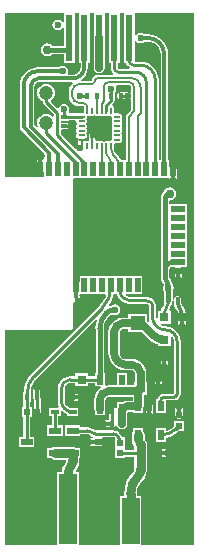
<source format=gtl>
G04*
G04 #@! TF.GenerationSoftware,Altium Limited,Altium Designer,18.1.6 (161)*
G04*
G04 Layer_Physical_Order=1*
G04 Layer_Color=255*
%FSLAX24Y24*%
%MOIN*%
G70*
G01*
G75*
%ADD12C,0.0080*%
%ADD14C,0.0100*%
%ADD15R,0.0236X0.1575*%
%ADD16R,0.0315X0.0315*%
%ADD17O,0.0236X0.0079*%
%ADD18O,0.0079X0.0236*%
%ADD19R,0.0606X0.0669*%
%ADD20R,0.0197X0.0157*%
%ADD21R,0.0157X0.0197*%
%ADD22R,0.0197X0.0472*%
%ADD23R,0.0472X0.0197*%
%ADD24R,0.0315X0.0315*%
%ADD25R,0.0394X0.0236*%
%ADD26R,0.0591X0.1575*%
%ADD27R,0.0591X0.2362*%
%ADD28R,0.0217X0.0217*%
%ADD29R,0.0256X0.0157*%
%ADD30R,0.0217X0.0217*%
%ADD31R,0.0217X0.0335*%
%ADD53C,0.0250*%
%ADD54C,0.0250*%
%ADD55C,0.0160*%
%ADD56C,0.0120*%
%ADD57C,0.0300*%
%ADD58C,0.0472*%
%ADD59R,0.0492X0.0492*%
%ADD60C,0.0492*%
%ADD61C,0.0236*%
%ADD62C,0.0315*%
%ADD63C,0.0300*%
%ADD64C,0.0157*%
G36*
X-678Y16042D02*
X-622D01*
Y15917D01*
X-621Y15912D01*
X-639Y15822D01*
X-693Y15742D01*
X-773Y15688D01*
X-863Y15671D01*
X-868Y15672D01*
X-1031D01*
X-1051Y15710D01*
X-1052Y15722D01*
X-1039Y15787D01*
X-1053Y15857D01*
X-1092Y15916D01*
X-1151Y15955D01*
X-1220Y15969D01*
X-1290Y15955D01*
X-1349Y15916D01*
X-1353Y15910D01*
X-2047D01*
Y15910D01*
X-2163Y15899D01*
X-2275Y15865D01*
X-2378Y15810D01*
X-2468Y15736D01*
X-2542Y15646D01*
X-2597Y15543D01*
X-2631Y15431D01*
X-2643Y15315D01*
X-2642D01*
Y13917D01*
X-2633Y13871D01*
X-2606Y13831D01*
X-1860Y13085D01*
X-1892Y13046D01*
X-1922Y13066D01*
X-1968Y13075D01*
X-2015Y13066D01*
X-2055Y13039D01*
X-2082Y13000D01*
X-2091Y12953D01*
Y12520D01*
X-2082Y12473D01*
X-2055Y12433D01*
X-2015Y12407D01*
X-1968Y12397D01*
X-1922Y12407D01*
X-1882Y12433D01*
X-1882Y12434D01*
X-1832Y12419D01*
Y12270D01*
X-2894Y12270D01*
X-2894Y12270D01*
X-3150D01*
X-3150Y17717D01*
X-1178D01*
Y17435D01*
X-1228Y17420D01*
X-1249Y17451D01*
X-1308Y17491D01*
X-1377Y17504D01*
X-1447Y17491D01*
X-1506Y17451D01*
X-1545Y17392D01*
X-1559Y17323D01*
X-1545Y17253D01*
X-1506Y17194D01*
X-1447Y17155D01*
X-1377Y17141D01*
X-1308Y17155D01*
X-1249Y17194D01*
X-1228Y17226D01*
X-1178Y17211D01*
Y16639D01*
X-1575D01*
X-1581Y16647D01*
X-1650Y16694D01*
X-1732Y16710D01*
X-1814Y16694D01*
X-1884Y16647D01*
X-1930Y16578D01*
X-1946Y16496D01*
X-1930Y16414D01*
X-1884Y16345D01*
X-1814Y16298D01*
X-1732Y16282D01*
X-1650Y16298D01*
X-1581Y16345D01*
X-1575Y16353D01*
X-1178D01*
Y16042D01*
X-822D01*
Y17717D01*
X-678D01*
Y16042D01*
D02*
G37*
G36*
X822D02*
X902D01*
X905Y16028D01*
X960Y15944D01*
X1012Y15910D01*
X996Y15860D01*
X650D01*
X650Y15860D01*
X623Y15871D01*
X612Y15898D01*
X612Y15898D01*
Y16042D01*
X678D01*
Y17717D01*
X822D01*
Y16042D01*
D02*
G37*
G36*
X322D02*
X388D01*
Y15898D01*
X388D01*
X397Y15830D01*
X423Y15767D01*
X464Y15712D01*
X472Y15707D01*
X455Y15657D01*
X-36D01*
Y15659D01*
X-122Y15642D01*
X-196Y15593D01*
X-245Y15520D01*
X-257Y15456D01*
X-585D01*
X-602Y15506D01*
X-520Y15569D01*
X-442Y15671D01*
X-393Y15790D01*
X-376Y15917D01*
X-378D01*
Y16042D01*
X-322D01*
Y17717D01*
X-178D01*
Y16943D01*
X-189Y16890D01*
Y15898D01*
X-174Y15825D01*
X-133Y15764D01*
X-72Y15723D01*
X0Y15709D01*
X72Y15723D01*
X133Y15764D01*
X174Y15825D01*
X189Y15898D01*
Y16890D01*
X178Y16943D01*
Y17717D01*
X322D01*
Y16042D01*
D02*
G37*
G36*
X1045Y15297D02*
X1062Y15257D01*
X1061Y15254D01*
Y15071D01*
X1055Y15065D01*
X1011Y15049D01*
X988Y15064D01*
X945Y15073D01*
X709D01*
X666Y15064D01*
X629Y15040D01*
X605Y15004D01*
X597Y14961D01*
X605Y14918D01*
X629Y14881D01*
X666Y14857D01*
X709Y14848D01*
X945D01*
X988Y14857D01*
X1011Y14873D01*
X1055Y14856D01*
X1061Y14850D01*
Y14493D01*
X912Y14344D01*
X890Y14311D01*
X882Y14272D01*
Y12816D01*
X727D01*
X671Y12920D01*
X581Y13030D01*
X580Y13029D01*
X580Y13029D01*
X545Y13064D01*
X544Y13064D01*
X508Y13118D01*
X496Y13182D01*
X496Y13182D01*
Y13287D01*
X495Y13291D01*
Y13335D01*
X507Y13371D01*
X543Y13383D01*
X669D01*
X708Y13391D01*
X741Y13413D01*
X763Y13445D01*
X771Y13484D01*
X763Y13523D01*
X762Y13524D01*
X744Y13563D01*
X762Y13602D01*
X763Y13603D01*
X771Y13642D01*
X763Y13680D01*
X741Y13713D01*
Y13728D01*
X763Y13760D01*
X771Y13799D01*
X763Y13838D01*
X762Y13839D01*
X744Y13878D01*
X762Y13917D01*
X763Y13918D01*
X771Y13957D01*
X763Y13995D01*
X762Y13997D01*
X744Y14035D01*
X762Y14074D01*
X763Y14075D01*
X771Y14114D01*
X763Y14153D01*
X762Y14154D01*
X744Y14193D01*
X762Y14232D01*
X763Y14233D01*
X771Y14272D01*
X763Y14310D01*
X741Y14343D01*
X708Y14365D01*
X669Y14373D01*
X543D01*
X507Y14385D01*
X495Y14421D01*
Y14547D01*
X487Y14586D01*
X465Y14619D01*
X452Y14628D01*
X440Y14686D01*
X473Y14719D01*
X473Y14719D01*
X497Y14755D01*
X506Y14798D01*
Y14802D01*
X532D01*
Y15084D01*
X561Y15127D01*
X575Y15197D01*
X562Y15263D01*
X562Y15274D01*
X583Y15313D01*
X1002D01*
X1005Y15314D01*
X1045Y15297D01*
D02*
G37*
G36*
X-2010Y15427D02*
X-901D01*
X-884Y15377D01*
X-909Y15358D01*
X-963Y15288D01*
X-997Y15206D01*
X-1008Y15118D01*
X-1007D01*
Y14961D01*
X-1008D01*
X-997Y14873D01*
X-963Y14791D01*
X-909Y14721D01*
X-838Y14667D01*
X-757Y14633D01*
X-669Y14621D01*
Y14622D01*
X-551D01*
X-549Y14623D01*
X-511Y14607D01*
X-495Y14569D01*
X-496Y14567D01*
Y14468D01*
X-495Y14465D01*
Y14421D01*
X-504Y14396D01*
X-548Y14375D01*
X-591Y14384D01*
X-591Y14384D01*
X-990D01*
X-1016Y14433D01*
X-1016Y14435D01*
X-1013Y14438D01*
X-1000Y14508D01*
X-1013Y14577D01*
X-1053Y14636D01*
X-1112Y14676D01*
X-1181Y14689D01*
X-1251Y14676D01*
X-1310Y14636D01*
X-1349Y14577D01*
X-1351Y14565D01*
X-1399Y14550D01*
X-1606Y14757D01*
X-1598Y14819D01*
X-1560Y14848D01*
X-1513Y14910D01*
X-1483Y14982D01*
X-1473Y15059D01*
X-1483Y15136D01*
X-1513Y15208D01*
X-1560Y15270D01*
X-1622Y15318D01*
X-1694Y15348D01*
X-1772Y15358D01*
X-1849Y15348D01*
X-1921Y15318D01*
X-1983Y15270D01*
X-2030Y15208D01*
X-2060Y15136D01*
X-2070Y15059D01*
X-2060Y14982D01*
X-2030Y14910D01*
X-1983Y14848D01*
X-1921Y14800D01*
X-1884Y14785D01*
Y14764D01*
X-1884Y14764D01*
X-1875Y14721D01*
X-1851Y14684D01*
X-1508Y14342D01*
Y14284D01*
X-1558Y14267D01*
X-1560Y14270D01*
X-1622Y14318D01*
X-1694Y14348D01*
X-1772Y14358D01*
X-1849Y14348D01*
X-1921Y14318D01*
X-1983Y14270D01*
X-2030Y14208D01*
X-2060Y14136D01*
X-2070Y14059D01*
X-2060Y13982D01*
X-2043Y13940D01*
X-2086Y13912D01*
X-2161Y13988D01*
Y15276D01*
X-2161Y15276D01*
X-2150Y15334D01*
X-2117Y15383D01*
X-2068Y15416D01*
X-2010Y15427D01*
X-2010Y15427D01*
D02*
G37*
G36*
X197Y14296D02*
X236Y14288D01*
X275Y14296D01*
X276Y14297D01*
X315Y14315D01*
X354Y14297D01*
X355Y14296D01*
X364Y14294D01*
X410Y14272D01*
X418Y14233D01*
X419Y14232D01*
X437Y14193D01*
X419Y14154D01*
X418Y14153D01*
X410Y14114D01*
X418Y14075D01*
X419Y14074D01*
X437Y14035D01*
X419Y13997D01*
X418Y13995D01*
X410Y13957D01*
X418Y13918D01*
X419Y13917D01*
X437Y13878D01*
X419Y13839D01*
X418Y13838D01*
X410Y13799D01*
X418Y13760D01*
X440Y13728D01*
Y13713D01*
X418Y13680D01*
X410Y13642D01*
X418Y13603D01*
X419Y13602D01*
X437Y13563D01*
X419Y13524D01*
X418Y13523D01*
X410Y13484D01*
X364Y13462D01*
X355Y13460D01*
X354Y13459D01*
X315Y13441D01*
X276Y13459D01*
X275Y13460D01*
X236Y13467D01*
X197Y13460D01*
X165Y13438D01*
X150D01*
X118Y13460D01*
X79Y13467D01*
X40Y13460D01*
X39Y13459D01*
X0Y13441D01*
X-39Y13459D01*
X-40Y13460D01*
X-79Y13467D01*
X-84Y13466D01*
X-134Y13504D01*
Y13599D01*
X72Y13806D01*
X94Y13839D01*
X102Y13878D01*
X94Y13917D01*
X72Y13950D01*
X39Y13972D01*
X0Y13980D01*
X-39Y13972D01*
X-72Y13950D01*
X-308Y13714D01*
X-330Y13681D01*
X-338Y13642D01*
Y13504D01*
X-388Y13466D01*
X-394Y13467D01*
X-432Y13460D01*
X-439Y13456D01*
X-489Y13482D01*
Y13484D01*
X-490Y13494D01*
X-475Y13543D01*
X-459Y13557D01*
X-440Y13570D01*
X-418Y13603D01*
X-410Y13642D01*
X-418Y13680D01*
X-440Y13713D01*
Y13728D01*
X-418Y13760D01*
X-410Y13799D01*
X-418Y13838D01*
X-419Y13839D01*
X-437Y13878D01*
X-419Y13917D01*
X-418Y13918D01*
X-410Y13957D01*
X-418Y13995D01*
X-419Y13997D01*
X-437Y14035D01*
X-419Y14074D01*
X-418Y14075D01*
X-410Y14114D01*
X-418Y14153D01*
X-419Y14154D01*
X-437Y14193D01*
X-419Y14232D01*
X-418Y14233D01*
X-416Y14242D01*
X-394Y14288D01*
X-355Y14296D01*
X-354Y14297D01*
X-315Y14315D01*
X-276Y14297D01*
X-275Y14296D01*
X-236Y14288D01*
X-197Y14296D01*
X-196Y14297D01*
X-157Y14315D01*
X-119Y14297D01*
X-118Y14296D01*
X-79Y14288D01*
X-40Y14296D01*
X-39Y14297D01*
X0Y14315D01*
X39Y14297D01*
X40Y14296D01*
X79Y14288D01*
X118Y14296D01*
X150Y14318D01*
X165D01*
X197Y14296D01*
D02*
G37*
G36*
X-771Y14114D02*
X-763Y14075D01*
X-762Y14074D01*
X-744Y14035D01*
X-762Y13997D01*
X-763Y13995D01*
X-771Y13957D01*
X-763Y13918D01*
X-762Y13917D01*
X-744Y13878D01*
X-762Y13839D01*
X-763Y13838D01*
X-771Y13799D01*
X-763Y13760D01*
X-741Y13728D01*
Y13713D01*
X-763Y13680D01*
X-771Y13642D01*
X-763Y13603D01*
X-741Y13570D01*
X-722Y13557D01*
X-706Y13543D01*
X-691Y13494D01*
X-693Y13484D01*
Y13310D01*
X-702Y13300D01*
X-724Y13267D01*
X-732Y13228D01*
X-726Y13200D01*
X-759Y13174D01*
X-767Y13170D01*
X-1284Y13687D01*
Y13833D01*
X-1234Y13860D01*
X-1224Y13853D01*
X-1181Y13845D01*
X-945D01*
X-902Y13853D01*
X-866Y13877D01*
X-841Y13914D01*
X-833Y13957D01*
X-841Y14000D01*
X-866Y14036D01*
X-902Y14060D01*
X-945Y14069D01*
X-1181D01*
X-1224Y14060D01*
X-1234Y14054D01*
X-1284Y14080D01*
Y14133D01*
X-1023D01*
Y14159D01*
X-813D01*
X-771Y14114D01*
D02*
G37*
G36*
X1250Y16761D02*
X1308Y16722D01*
X1378Y16708D01*
X1447Y16722D01*
X1506Y16761D01*
X1510Y16767D01*
X1635D01*
X1637Y16768D01*
X1741Y16754D01*
X1839Y16713D01*
X1924Y16648D01*
X1989Y16564D01*
X2030Y16465D01*
X2044Y16362D01*
X2043Y16359D01*
Y12816D01*
X1982D01*
Y15492D01*
X1983D01*
X1971Y15610D01*
X1937Y15724D01*
X1881Y15828D01*
X1806Y15920D01*
X1714Y15995D01*
X1610Y16051D01*
X1496Y16086D01*
X1378Y16097D01*
Y16096D01*
X1178D01*
Y16778D01*
X1228Y16793D01*
X1250Y16761D01*
D02*
G37*
G36*
X3150Y0D02*
X1399D01*
Y1635D01*
X1257D01*
Y1694D01*
X1256Y1700D01*
X1267Y1809D01*
X1301Y1921D01*
X1356Y2024D01*
X1398Y2076D01*
X1431Y2112D01*
X1431Y2112D01*
X1519Y2226D01*
X1574Y2359D01*
X1593Y2501D01*
X1592D01*
Y2834D01*
X1595D01*
Y3269D01*
X1592D01*
Y3346D01*
X1576Y3428D01*
X1529Y3498D01*
X1524Y3501D01*
X1512Y3531D01*
X1513Y3537D01*
Y3652D01*
X1497Y3734D01*
X1467Y3778D01*
Y3879D01*
X1131D01*
Y3778D01*
X1101Y3734D01*
X1085Y3652D01*
Y3537D01*
X1085D01*
X1102Y3412D01*
X1142Y3313D01*
X1160Y3269D01*
X1160Y3269D01*
X1160Y3269D01*
Y3163D01*
X893D01*
X857Y3199D01*
Y3219D01*
X857Y3269D01*
Y3574D01*
X770D01*
X743Y3639D01*
X671Y3732D01*
X670Y3731D01*
X612Y3776D01*
X544Y3804D01*
X472Y3813D01*
Y3813D01*
X-92D01*
X-141Y3814D01*
X-156Y3820D01*
X-157Y3820D01*
X-222Y3870D01*
X-297Y3901D01*
X-379Y3912D01*
Y3911D01*
X-629D01*
Y3977D01*
X-1143D01*
Y3621D01*
X-629D01*
Y3687D01*
X-379D01*
Y3686D01*
X-358Y3682D01*
X-317Y3659D01*
X-317Y3659D01*
X-237Y3605D01*
X-199Y3598D01*
X-204Y3548D01*
X-394D01*
X-441Y3538D01*
X-480Y3512D01*
X-507Y3472D01*
X-516Y3425D01*
X-507Y3378D01*
X-480Y3339D01*
X-441Y3312D01*
X-394Y3303D01*
X59D01*
X106Y3312D01*
X146Y3339D01*
X172Y3378D01*
X181Y3425D01*
X172Y3472D01*
X146Y3512D01*
X106Y3538D01*
X104Y3539D01*
X109Y3589D01*
X472D01*
X474Y3589D01*
X510Y3574D01*
X511Y3572D01*
X514Y3570D01*
X521Y3561D01*
Y3269D01*
X521Y3237D01*
X521Y3187D01*
Y2883D01*
X857D01*
Y2939D01*
X1160D01*
Y2834D01*
X1164D01*
Y2501D01*
X1165Y2498D01*
X1156Y2454D01*
X1156Y2454D01*
X1128Y2416D01*
X1128Y2416D01*
X1001Y2261D01*
X906Y2084D01*
X848Y1893D01*
X828Y1694D01*
X829D01*
Y1635D01*
X688D01*
Y0D01*
X-688D01*
Y2422D01*
X-764D01*
X-787Y2467D01*
X-745Y2521D01*
X-690Y2654D01*
X-671Y2797D01*
X-672D01*
Y2873D01*
X-629D01*
Y3229D01*
X-774D01*
X-804Y3249D01*
X-886Y3265D01*
X-1476D01*
X-1558Y3249D01*
X-1588Y3229D01*
X-1733D01*
Y2873D01*
X-1588D01*
X-1558Y2853D01*
X-1476Y2837D01*
X-1114D01*
X-1100Y2787D01*
X-1108Y2749D01*
X-1132Y2713D01*
X-1136Y2710D01*
X-1140Y2703D01*
X-1201Y2624D01*
X-1243Y2524D01*
X-1256Y2425D01*
X-1256Y2422D01*
X-1399D01*
Y0D01*
X-3150D01*
X-3150Y7094D01*
X-3149Y7140D01*
X-1378Y7146D01*
X-955D01*
X-909Y7165D01*
X-890Y7211D01*
Y8072D01*
X-843Y8091D01*
X-840Y8090D01*
X-757Y7983D01*
X-756Y7984D01*
X-716Y7958D01*
X-669Y7949D01*
X-622Y7958D01*
X-583Y7984D01*
X-556Y8024D01*
X-547Y8071D01*
X-556Y8118D01*
X-583Y8157D01*
X-583Y8158D01*
X-627Y8216D01*
X-655Y8283D01*
X-660Y8319D01*
X-617Y8365D01*
X204D01*
X234Y8325D01*
X215Y8263D01*
X133Y8109D01*
X26Y7978D01*
X22Y7975D01*
X-2245Y5709D01*
X-2246Y5711D01*
X-2361Y5571D01*
X-2446Y5412D01*
X-2498Y5239D01*
X-2514Y5080D01*
X-2540D01*
Y4763D01*
X-2533D01*
Y4597D01*
X-2590D01*
Y4261D01*
X-2533D01*
Y3603D01*
X-2678D01*
Y3247D01*
X-2164D01*
Y3603D01*
X-2309D01*
Y4261D01*
X-2253D01*
Y4597D01*
X-2309D01*
Y4763D01*
X-2263D01*
Y5080D01*
X-2263D01*
X-2285Y5105D01*
X-2277Y5195D01*
X-2259Y5253D01*
X-2209Y5246D01*
Y4921D01*
X-2200Y4874D01*
X-2179Y4844D01*
Y4429D01*
X-2171Y4386D01*
X-2146Y4350D01*
X-2110Y4326D01*
X-2067Y4317D01*
X-2024Y4326D01*
X-1988Y4350D01*
X-1963Y4386D01*
X-1955Y4429D01*
Y4874D01*
X-1953D01*
X-1964Y4928D01*
Y5276D01*
X-1974Y5322D01*
X-2000Y5362D01*
X-2040Y5389D01*
X-2087Y5398D01*
X-2133Y5389D01*
X-2154Y5375D01*
X-2192Y5410D01*
X-2173Y5446D01*
X-2087Y5550D01*
X-2086Y5551D01*
X-112Y7525D01*
X-67Y7499D01*
X-108Y7366D01*
X-125Y7194D01*
X-123D01*
Y5729D01*
X-149D01*
Y5614D01*
X-373D01*
Y5719D01*
X-808D01*
Y5614D01*
X-967D01*
Y5616D01*
X-1075Y5601D01*
X-1175Y5560D01*
X-1261Y5494D01*
X-1261Y5493D01*
X-1322Y5414D01*
X-1360Y5322D01*
X-1373Y5223D01*
X-1372D01*
Y4794D01*
X-1374D01*
X-1358Y4672D01*
X-1332Y4609D01*
X-1360Y4568D01*
X-1664D01*
Y4290D01*
X-1589D01*
Y3977D01*
X-1733D01*
Y3621D01*
X-1220D01*
Y3977D01*
X-1364D01*
Y4290D01*
X-1288D01*
Y4451D01*
X-1283Y4453D01*
X-1235Y4460D01*
X-1133Y4381D01*
X-1074Y4357D01*
Y4290D01*
X-698D01*
Y4568D01*
X-996D01*
X-1020Y4578D01*
X-1075Y4620D01*
X-1103Y4658D01*
X-1131Y4699D01*
X-1149Y4790D01*
X-1148Y4794D01*
Y5223D01*
X-1148Y5224D01*
X-1136Y5283D01*
X-1102Y5334D01*
X-1102Y5334D01*
X-1101Y5336D01*
X-1040Y5376D01*
X-969Y5390D01*
X-967Y5390D01*
X-808D01*
Y5284D01*
X-373D01*
Y5390D01*
X-149D01*
Y5275D01*
X31D01*
X48Y5225D01*
X-35Y5160D01*
X-35Y5160D01*
X-108Y5065D01*
X-154Y4955D01*
X-169Y4836D01*
X-169D01*
Y4537D01*
X-155Y4465D01*
X-149Y4456D01*
Y4310D01*
X188D01*
Y4456D01*
X194Y4465D01*
X208Y4537D01*
Y4836D01*
X208Y4837D01*
X214Y4867D01*
X231Y4893D01*
X232Y4893D01*
X233Y4895D01*
X272Y4921D01*
X317Y4930D01*
X320Y4929D01*
X1111D01*
Y4805D01*
X958D01*
Y4805D01*
X839Y4789D01*
X780Y4765D01*
X599D01*
Y4621D01*
X578Y4588D01*
X572Y4559D01*
X519Y4552D01*
X475Y4619D01*
X473Y4617D01*
X437Y4641D01*
X394Y4650D01*
X351Y4641D01*
X314Y4617D01*
X290Y4580D01*
X282Y4537D01*
X290Y4494D01*
X314Y4458D01*
X314Y4457D01*
X320Y4442D01*
X321Y4393D01*
Y4158D01*
X79D01*
X32Y4148D01*
X-8Y4122D01*
X-34Y4082D01*
X-44Y4035D01*
X-34Y3989D01*
X-8Y3949D01*
X32Y3922D01*
X79Y3913D01*
X433D01*
X480Y3922D01*
X520Y3949D01*
X524Y3956D01*
X540Y3958D01*
X582Y3952D01*
X609Y3910D01*
Y3877D01*
X652D01*
X676Y3861D01*
X748Y3847D01*
X820Y3861D01*
X844Y3877D01*
X887D01*
Y3910D01*
X922Y3963D01*
X937Y4035D01*
Y4386D01*
X958Y4428D01*
X1131D01*
Y4389D01*
X1467D01*
Y4535D01*
X1473Y4544D01*
X1488Y4616D01*
Y4999D01*
X1595D01*
Y5434D01*
X1566D01*
Y5709D01*
X1567D01*
X1550Y5834D01*
X1502Y5951D01*
X1425Y6051D01*
X1324Y6128D01*
X1208Y6177D01*
X1082Y6193D01*
Y6193D01*
X886D01*
X879Y6191D01*
X806Y6206D01*
X739Y6251D01*
X694Y6318D01*
X679Y6391D01*
X681Y6398D01*
Y7087D01*
X680Y7088D01*
X688Y7128D01*
X711Y7163D01*
X746Y7186D01*
X786Y7194D01*
X787Y7193D01*
X973D01*
Y7076D01*
X1437D01*
X1662Y6850D01*
X1664Y6849D01*
X1770Y6762D01*
X1893Y6696D01*
X1948Y6680D01*
Y6613D01*
X2383D01*
Y6909D01*
X2433Y6926D01*
X2447Y6907D01*
X2476Y6837D01*
X2486Y6762D01*
X2486D01*
Y5034D01*
X2486Y5034D01*
X2485Y5033D01*
X2165D01*
Y5036D01*
X2076Y5018D01*
X2001Y4968D01*
X1950Y4892D01*
X1941Y4843D01*
X1879D01*
Y4389D01*
X2216D01*
Y4809D01*
X2493D01*
Y4807D01*
X2577Y4824D01*
X2648Y4871D01*
X2696Y4942D01*
X2713Y5026D01*
X2711D01*
Y6762D01*
X2713D01*
X2695Y6896D01*
X2643Y7021D01*
X2561Y7128D01*
X2454Y7210D01*
X2329Y7262D01*
X2195Y7280D01*
Y7280D01*
X2193Y7278D01*
X2115Y7288D01*
X2059Y7311D01*
X2069Y7361D01*
X2383D01*
Y7796D01*
X2354D01*
X2349Y7802D01*
X2333Y7846D01*
X2374Y7899D01*
X2405Y7975D01*
X2410Y8011D01*
X2442D01*
Y8121D01*
X2446Y8125D01*
X2496Y8107D01*
Y8039D01*
X2495Y8039D01*
X2495D01*
X2506Y7955D01*
X2539Y7876D01*
X2590Y7809D01*
X2590Y7809D01*
X2617Y7770D01*
X2623Y7762D01*
X2634Y7706D01*
X2634Y7706D01*
Y7224D01*
X2643Y7178D01*
X2669Y7138D01*
X2709Y7111D01*
X2756Y7102D01*
X2803Y7111D01*
X2842Y7138D01*
X2869Y7178D01*
X2878Y7224D01*
Y7706D01*
X2879D01*
X2866Y7808D01*
X2827Y7902D01*
X2764Y7983D01*
X2764Y7983D01*
X2748Y8009D01*
X2742Y8039D01*
X2740D01*
Y8169D01*
X2731Y8216D01*
X2705Y8256D01*
X2665Y8282D01*
X2618Y8292D01*
X2571Y8282D01*
X2532Y8256D01*
X2505Y8216D01*
X2504Y8211D01*
X2484Y8169D01*
X2483Y8169D01*
X2446Y8198D01*
Y8436D01*
X2471Y8474D01*
X2485Y8543D01*
X2471Y8613D01*
X2444Y8653D01*
X2434Y8726D01*
X2400Y8809D01*
X2345Y8881D01*
X2345Y8881D01*
X2338Y8898D01*
X2338Y8947D01*
Y9199D01*
X2339D01*
X2344Y9224D01*
X2359Y9246D01*
X2366Y9251D01*
X2537D01*
X2552Y9201D01*
X2551Y9201D01*
X2525Y9161D01*
X2515Y9114D01*
Y8780D01*
X2525Y8733D01*
X2551Y8693D01*
X2591Y8667D01*
X2638Y8657D01*
X2685Y8667D01*
X2724Y8693D01*
X2751Y8733D01*
X2760Y8780D01*
Y9114D01*
X2751Y9161D01*
X2724Y9201D01*
X2724Y9201D01*
X2739Y9251D01*
X2934D01*
Y9546D01*
Y9842D01*
Y10137D01*
Y10432D01*
Y10727D01*
Y11023D01*
Y11340D01*
X2342D01*
X2338Y11388D01*
Y11467D01*
X2353Y11479D01*
X2435Y11495D01*
X2504Y11542D01*
X2550Y11611D01*
X2567Y11693D01*
X2550Y11775D01*
X2504Y11844D01*
X2435Y11891D01*
X2353Y11907D01*
X2271Y11891D01*
X2201Y11844D01*
X2155Y11775D01*
X2151Y11756D01*
X2140Y11748D01*
X2093Y11685D01*
X2063Y11613D01*
X2053Y11538D01*
X2052Y11535D01*
Y9201D01*
X2052Y9199D01*
X2052D01*
Y8898D01*
X2053Y8896D01*
X2063Y8817D01*
X2094Y8743D01*
X2142Y8680D01*
X2143Y8679D01*
X2146Y8629D01*
X2135Y8613D01*
X2122Y8543D01*
X2135Y8474D01*
X2160Y8436D01*
Y8169D01*
X2164Y8149D01*
Y8011D01*
X2145Y7969D01*
X2103Y7914D01*
X2065Y7822D01*
X2062Y7796D01*
X1948D01*
Y7568D01*
X1898Y7543D01*
X1889Y7550D01*
X1884Y7589D01*
X1884D01*
Y7976D01*
X1886D01*
X1867Y8071D01*
X1813Y8152D01*
X1812Y8151D01*
X1733Y8212D01*
X1641Y8250D01*
X1542Y8263D01*
Y8262D01*
X978D01*
X977Y8262D01*
X917Y8274D01*
X867Y8307D01*
X867Y8308D01*
X864Y8310D01*
X856Y8321D01*
X880Y8365D01*
X1438D01*
Y8958D01*
X-651D01*
Y8763D01*
X-701Y8747D01*
X-701Y8748D01*
X-741Y8774D01*
X-787Y8784D01*
X-834Y8774D01*
X-840Y8771D01*
X-890Y8797D01*
Y12179D01*
X-848Y12223D01*
X2288D01*
X2324Y12223D01*
X2338Y12179D01*
Y12087D01*
X2348Y12040D01*
X2374Y12000D01*
X2414Y11974D01*
X2461Y11964D01*
X2507Y11974D01*
X2547Y12000D01*
X2574Y12040D01*
X2583Y12087D01*
Y12520D01*
X2574Y12567D01*
X2547Y12606D01*
X2507Y12633D01*
X2461Y12642D01*
X2414Y12633D01*
X2374Y12606D01*
X2374Y12606D01*
X2324Y12621D01*
Y12816D01*
X2288D01*
Y16359D01*
X2289D01*
X2276Y16487D01*
X2239Y16609D01*
X2178Y16722D01*
X2097Y16821D01*
X1998Y16903D01*
X1885Y16963D01*
X1762Y17000D01*
X1635Y17013D01*
Y17012D01*
X1510D01*
X1506Y17018D01*
X1447Y17058D01*
X1378Y17071D01*
X1308Y17058D01*
X1250Y17018D01*
X1228Y16986D01*
X1178Y17001D01*
Y17717D01*
X3150D01*
X3150Y0D01*
D02*
G37*
G36*
X590Y8349D02*
X635Y8241D01*
X707Y8148D01*
X707Y8148D01*
X786Y8088D01*
X879Y8049D01*
X978Y8036D01*
Y8037D01*
X1542D01*
X1543Y8038D01*
X1602Y8026D01*
X1613Y8018D01*
X1623Y8011D01*
X1658Y7976D01*
X1660Y7975D01*
Y7589D01*
X1657D01*
X1673Y7470D01*
X1639Y7433D01*
X1630Y7429D01*
X1617Y7432D01*
X1615Y7432D01*
X1615Y7432D01*
X1586Y7470D01*
Y7688D01*
X973D01*
Y7571D01*
X787D01*
Y7571D01*
X662Y7555D01*
X545Y7506D01*
X445Y7429D01*
X368Y7329D01*
X319Y7212D01*
X303Y7087D01*
X303D01*
Y6398D01*
X302D01*
X322Y6247D01*
X380Y6106D01*
X473Y5985D01*
X594Y5892D01*
X735Y5834D01*
X886Y5814D01*
Y5815D01*
X1082D01*
X1084Y5816D01*
X1123Y5808D01*
X1158Y5785D01*
X1181Y5750D01*
X1189Y5710D01*
X1189Y5709D01*
X1189Y5709D01*
Y5434D01*
X1160D01*
Y5351D01*
X1140Y5307D01*
X936D01*
Y5729D01*
X599D01*
Y5307D01*
X320D01*
Y5307D01*
X238Y5297D01*
X188Y5340D01*
Y5729D01*
X162D01*
Y7194D01*
X162Y7196D01*
X173Y7310D01*
X207Y7422D01*
X262Y7526D01*
X306Y7579D01*
X337Y7616D01*
X391Y7657D01*
X438Y7676D01*
X452Y7667D01*
X521Y7653D01*
X591Y7667D01*
X650Y7706D01*
X689Y7765D01*
X703Y7835D01*
X689Y7904D01*
X650Y7963D01*
X591Y8002D01*
X521Y8016D01*
X452Y8002D01*
X393Y7963D01*
X359Y7961D01*
X328Y8004D01*
X386Y8098D01*
X453Y8259D01*
X478Y8365D01*
X588D01*
X590Y8349D01*
D02*
G37*
%LPC*%
G36*
X2165Y6363D02*
X2119Y6353D01*
X2079Y6327D01*
X2052Y6287D01*
X2043Y6240D01*
Y5886D01*
X2052Y5839D01*
X2079Y5799D01*
X2119Y5773D01*
X2165Y5763D01*
X2212Y5773D01*
X2252Y5799D01*
X2278Y5839D01*
X2288Y5886D01*
Y6240D01*
X2278Y6287D01*
X2252Y6327D01*
X2212Y6353D01*
X2165Y6363D01*
D02*
G37*
G36*
X1969Y5693D02*
X1922Y5684D01*
X1882Y5657D01*
X1855Y5618D01*
X1846Y5571D01*
Y5217D01*
X1855Y5170D01*
X1882Y5130D01*
X1922Y5103D01*
X1969Y5094D01*
X2015Y5103D01*
X2055Y5130D01*
X2082Y5170D01*
X2091Y5217D01*
Y5571D01*
X2082Y5618D01*
X2055Y5657D01*
X2015Y5684D01*
X1969Y5693D01*
D02*
G37*
G36*
X-591Y5034D02*
X-945D01*
X-992Y5024D01*
X-1031Y4998D01*
X-1058Y4958D01*
X-1067Y4911D01*
X-1058Y4865D01*
X-1031Y4825D01*
X-992Y4798D01*
X-945Y4789D01*
X-591D01*
X-544Y4798D01*
X-504Y4825D01*
X-478Y4865D01*
X-468Y4911D01*
X-478Y4958D01*
X-504Y4998D01*
X-544Y5024D01*
X-591Y5034D01*
D02*
G37*
G36*
X2657Y4788D02*
X2611Y4778D01*
X2571Y4752D01*
X2544Y4712D01*
X2535Y4665D01*
Y4311D01*
X2544Y4264D01*
X2571Y4225D01*
X2611Y4198D01*
X2657Y4189D01*
X2704Y4198D01*
X2744Y4225D01*
X2770Y4264D01*
X2780Y4311D01*
Y4665D01*
X2770Y4712D01*
X2744Y4752D01*
X2704Y4778D01*
X2657Y4788D01*
D02*
G37*
G36*
X1673Y4738D02*
X1626Y4729D01*
X1587Y4703D01*
X1560Y4663D01*
X1551Y4616D01*
Y4262D01*
X1560Y4215D01*
X1587Y4175D01*
X1626Y4149D01*
X1673Y4139D01*
X1720Y4149D01*
X1760Y4175D01*
X1786Y4215D01*
X1796Y4262D01*
Y4616D01*
X1786Y4663D01*
X1760Y4703D01*
X1720Y4729D01*
X1673Y4738D01*
D02*
G37*
G36*
X2826Y4125D02*
X2489D01*
Y3996D01*
X2489Y3947D01*
X2452Y3916D01*
X2394Y3869D01*
X2286Y3811D01*
X2256Y3802D01*
X2216Y3832D01*
Y3879D01*
X1879D01*
Y3424D01*
X2216D01*
Y3555D01*
X2373Y3602D01*
X2520Y3681D01*
X2649Y3787D01*
X2698Y3788D01*
X2826D01*
Y4125D01*
D02*
G37*
G36*
X2323Y3174D02*
X1969D01*
X1922Y3164D01*
X1882Y3138D01*
X1855Y3098D01*
X1846Y3051D01*
X1855Y3004D01*
X1882Y2965D01*
X1922Y2938D01*
X1969Y2929D01*
X2323D01*
X2370Y2938D01*
X2409Y2965D01*
X2436Y3004D01*
X2445Y3051D01*
X2436Y3098D01*
X2409Y3138D01*
X2370Y3164D01*
X2323Y3174D01*
D02*
G37*
%LPD*%
D12*
X1378Y15238D02*
G03*
X1060Y15555I-317J0D01*
G01*
X-36D02*
G03*
X-157Y15433I0J-122D01*
G01*
X-236Y15354D02*
G03*
X-157Y15433I0J79D01*
G01*
X-669Y15354D02*
G03*
X-906Y15118I0J-236D01*
G01*
Y14961D02*
G03*
X-669Y14724I237J0D01*
G01*
X-394Y14567D02*
G03*
X-551Y14724I-157J0D01*
G01*
X303Y15415D02*
G03*
X157Y15269I0J-146D01*
G01*
X1163Y15254D02*
G03*
X1002Y15415I-161J0D01*
G01*
X236Y13048D02*
G03*
X276Y12953I134J0D01*
G01*
X394Y12740D02*
G03*
X326Y12902I-230J0D01*
G01*
X79Y12567D02*
G03*
X98Y12520I67J0D01*
G01*
X394Y13182D02*
G03*
X472Y12992I269J0D01*
G01*
X689Y12520D02*
G03*
X508Y12957I-618J0D01*
G01*
X-36Y15555D02*
X1060D01*
X1378Y14389D02*
Y15238D01*
X-669Y15354D02*
X-236D01*
X-669Y14724D02*
X-551D01*
X-906Y14961D02*
Y15118D01*
X-394Y14468D02*
Y14567D01*
X303Y15415D02*
X1002D01*
X157Y14774D02*
Y15269D01*
X1163Y14450D02*
Y15254D01*
X-630Y13228D02*
X-591Y13268D01*
Y13484D01*
X1280Y14291D02*
X1378Y14389D01*
X1280Y12520D02*
Y14291D01*
X984Y14272D02*
X1163Y14450D01*
X984Y12520D02*
Y14272D01*
X276Y12953D02*
X326Y12902D01*
X394Y12520D02*
Y12740D01*
X236Y13048D02*
Y13287D01*
X79Y12567D02*
Y13287D01*
X394Y13182D02*
Y13287D01*
X472Y12992D02*
X508Y12957D01*
X79Y14468D02*
Y14696D01*
X157Y14774D01*
X-79Y14468D02*
Y14961D01*
X-236Y13642D02*
X0Y13878D01*
X-236Y13287D02*
Y13642D01*
D14*
X500Y15898D02*
G03*
X650Y15748I150J0D01*
G01*
X1000Y16126D02*
G03*
X1142Y15984I142J0D01*
G01*
X1870Y15492D02*
G03*
X1378Y15984I-492J0D01*
G01*
X1575Y15394D02*
G03*
X1220Y15748I-354J0D01*
G01*
X2244Y7913D02*
G03*
X2303Y8056I-143J143D01*
G01*
X2244Y7913D02*
G03*
X2165Y7723I190J-190D01*
G01*
X-967Y5502D02*
G03*
X-1181Y5413I0J-302D01*
G01*
D02*
G03*
X-1260Y5223I190J-190D01*
G01*
X-1155Y4540D02*
G03*
X-886Y4429I269J269D01*
G01*
X-1260Y4794D02*
G03*
X-1155Y4540I359J0D01*
G01*
X433Y4442D02*
G03*
X394Y4537I-134J0D01*
G01*
X-2067Y4874D02*
G03*
X-2087Y4921I-67J0D01*
G01*
X2493D02*
G03*
X2598Y5026I0J105D01*
G01*
Y6762D02*
G03*
X2195Y7165I-403J0D01*
G01*
X2165Y4921D02*
G03*
X2047Y4803I0J-118D01*
G01*
X689Y8466D02*
G03*
X787Y8228I336J0D01*
G01*
X1772Y7976D02*
G03*
X1732Y8071I-134J0D01*
G01*
X1772Y7589D02*
G03*
X2195Y7165I424J0D01*
G01*
X787Y8228D02*
G03*
X978Y8150I190J190D01*
G01*
X1732Y8071D02*
G03*
X1542Y8150I-190J-190D01*
G01*
X101Y7896D02*
G03*
X394Y8603I-707J707D01*
G01*
X-2402Y4921D02*
G03*
X-2421Y4874I48J-48D01*
G01*
X-2165Y5630D02*
G03*
X-2402Y5060I570J-570D01*
G01*
X-236Y3740D02*
G03*
X-379Y3799I-143J-143D01*
G01*
X-236Y3740D02*
G03*
X-141Y3701I95J95D01*
G01*
X689Y3414D02*
G03*
X591Y3652I-336J0D01*
G01*
D02*
G03*
X472Y3701I-119J-119D01*
G01*
X2047Y3652D02*
G03*
X2568Y3867I0J737D01*
G01*
X650Y15748D02*
X1220D01*
X500Y15898D02*
Y16890D01*
X1000Y16126D02*
Y16890D01*
X1142Y15984D02*
X1378D01*
X1870Y12520D02*
Y15492D01*
X1575Y12520D02*
Y15394D01*
X-492Y12520D02*
Y12736D01*
X-1396Y13640D02*
X-492Y12736D01*
X-1396Y13640D02*
Y14388D01*
X-1772Y14764D02*
X-1396Y14388D01*
X-1772Y14764D02*
Y15059D01*
Y13717D02*
X-787Y12733D01*
X-1772Y13717D02*
Y14059D01*
X-787Y12520D02*
Y12733D01*
X-1181Y13957D02*
X-945D01*
X2303Y8543D02*
Y8637D01*
X2165Y7579D02*
Y7723D01*
X-967Y5502D02*
X-591D01*
X-1260Y4794D02*
Y5223D01*
X-1181Y14272D02*
Y14508D01*
X709Y14961D02*
X945D01*
X-630D02*
X-394D01*
X-591Y14272D02*
X-591Y14272D01*
X-1181Y14272D02*
X-591D01*
X394Y14961D02*
Y15197D01*
X2303Y8056D02*
Y8169D01*
X236Y14641D02*
X394Y14798D01*
Y14961D01*
X236Y14468D02*
Y14641D01*
X433Y4035D02*
Y4442D01*
X-2067Y4429D02*
Y4874D01*
X2598Y5026D02*
Y6762D01*
X1772Y7589D02*
Y7976D01*
X2165Y4921D02*
X2493D01*
X2047Y4616D02*
Y4803D01*
X978Y8150D02*
X1542D01*
X689Y8466D02*
Y8661D01*
X-2165Y5630D02*
X101Y7896D01*
X-2421Y4429D02*
Y4874D01*
X-2402Y4921D02*
Y5060D01*
X394Y8603D02*
Y8661D01*
X-886Y3799D02*
X-379D01*
X-141Y3701D02*
X472D01*
X-591Y5502D02*
X20D01*
X-2421Y3425D02*
Y4429D01*
X-1476Y3799D02*
Y4429D01*
X2568Y3867D02*
X2657Y3957D01*
X689Y3406D02*
Y3414D01*
Y3051D02*
X1378D01*
D15*
X500Y16890D02*
D03*
X1000D02*
D03*
X-1000D02*
D03*
X-500D02*
D03*
X0D02*
D03*
D16*
X2165Y6831D02*
D03*
Y6240D02*
D03*
X-591Y5502D02*
D03*
Y4911D02*
D03*
D17*
X591Y13484D02*
D03*
Y13642D02*
D03*
Y13799D02*
D03*
Y13957D02*
D03*
Y14114D02*
D03*
Y14272D02*
D03*
X-591D02*
D03*
Y14114D02*
D03*
Y13957D02*
D03*
Y13799D02*
D03*
Y13642D02*
D03*
Y13484D02*
D03*
D18*
X394Y14468D02*
D03*
X236D02*
D03*
X79D02*
D03*
X-79D02*
D03*
X-236D02*
D03*
X-394D02*
D03*
Y13287D02*
D03*
X-236D02*
D03*
X-79D02*
D03*
X79D02*
D03*
X236D02*
D03*
X394D02*
D03*
D19*
X0Y13878D02*
D03*
D20*
X-1181Y14272D02*
D03*
Y13957D02*
D03*
D21*
X394Y14961D02*
D03*
X709D02*
D03*
X-79D02*
D03*
X-394D02*
D03*
X2618Y8169D02*
D03*
X2303D02*
D03*
X-2402Y4921D02*
D03*
X-2087D02*
D03*
X748Y4035D02*
D03*
X433D02*
D03*
D22*
X-787Y8661D02*
D03*
X1280D02*
D03*
X689D02*
D03*
X984D02*
D03*
X-492D02*
D03*
X98D02*
D03*
X-197D02*
D03*
X394D02*
D03*
X-1083Y12520D02*
D03*
X-1673D02*
D03*
X-1378D02*
D03*
X-1968D02*
D03*
X394D02*
D03*
X-197D02*
D03*
X98D02*
D03*
X-787D02*
D03*
X-492D02*
D03*
X984D02*
D03*
X689D02*
D03*
X1575D02*
D03*
X1280D02*
D03*
X1870D02*
D03*
X2165D02*
D03*
X2461D02*
D03*
D23*
X2638Y11181D02*
D03*
Y10886D02*
D03*
Y9114D02*
D03*
Y9409D02*
D03*
Y9705D02*
D03*
Y10000D02*
D03*
Y10295D02*
D03*
Y10591D02*
D03*
D24*
X2165Y7579D02*
D03*
X2756D02*
D03*
X1378Y5217D02*
D03*
X1969D02*
D03*
X1378Y3051D02*
D03*
X1969D02*
D03*
D25*
X-886Y3799D02*
D03*
Y3051D02*
D03*
X59Y3425D02*
D03*
X-1476Y3051D02*
D03*
Y3799D02*
D03*
X-2421Y3425D02*
D03*
D26*
X1043Y787D02*
D03*
D27*
X-1043Y1181D02*
D03*
D28*
X689Y3406D02*
D03*
Y3051D02*
D03*
X2657Y4311D02*
D03*
Y3957D02*
D03*
D29*
X-886Y4429D02*
D03*
X-1476D02*
D03*
D30*
X-2421D02*
D03*
X-2067D02*
D03*
D31*
X2047Y3652D02*
D03*
X1299D02*
D03*
Y4616D02*
D03*
X1673D02*
D03*
X2047D02*
D03*
X20Y5502D02*
D03*
X768D02*
D03*
Y4537D02*
D03*
X394D02*
D03*
X20D02*
D03*
D53*
X1481Y7298D02*
D03*
D54*
X1481Y7298D02*
G03*
X1280Y7382I-202J-202D01*
G01*
X1796Y6984D02*
G03*
X2165Y6831I370J370D01*
G01*
X787Y7382D02*
G03*
X492Y7087I0J-295D01*
G01*
Y6398D02*
G03*
X886Y6004I394J0D01*
G01*
X1378Y5709D02*
G03*
X1082Y6004I-295J0D01*
G01*
X1140Y5118D02*
G03*
X1378Y5216I0J336D01*
G01*
X1378Y5216D02*
G03*
X1299Y5026I190J-190D01*
G01*
X958Y4616D02*
G03*
X768Y4537I0J-269D01*
G01*
D02*
G03*
X748Y4490I48J-48D01*
G01*
X320Y5118D02*
G03*
X98Y5026I0J-313D01*
G01*
D02*
G03*
X20Y4836I190J-190D01*
G01*
X1481Y7298D02*
X1796Y6984D01*
X1481Y7298D02*
X1481Y7298D01*
X787Y7382D02*
X1280D01*
X492Y6398D02*
Y7087D01*
X1378Y5709D02*
X1378D01*
X886Y6004D02*
X1082D01*
X1378Y5216D02*
Y5709D01*
Y5216D02*
Y5216D01*
X958Y4616D02*
X1299D01*
Y5026D01*
X748Y4035D02*
Y4490D01*
X320Y5118D02*
X1140D01*
X20Y4537D02*
Y4836D01*
X0Y15898D02*
Y16890D01*
D55*
X2353Y11693D02*
G03*
X2195Y11535I0J-157D01*
G01*
X2303Y8637D02*
G03*
X2244Y8780I-202J0D01*
G01*
X2195Y8898D02*
G03*
X2244Y8780I167J0D01*
G01*
X2406Y9409D02*
G03*
X2195Y9199I0J-211D01*
G01*
X521Y7835D02*
G03*
X236Y7717I0J-403D01*
G01*
D02*
G03*
X20Y7194I523J-523D01*
G01*
X2195Y9199D02*
Y11535D01*
X2406Y9409D02*
X2638D01*
X2195Y8898D02*
Y9199D01*
X2303Y8169D02*
Y8543D01*
X-1732Y16496D02*
X-1000D01*
X20Y5502D02*
Y7194D01*
D56*
X-2047Y15787D02*
G03*
X-2520Y15315I0J-472D01*
G01*
X-2010Y15549D02*
G03*
X-2283Y15276I0J-274D01*
G01*
X-868Y15549D02*
G03*
X-500Y15917I0J368D01*
G01*
X2165Y16359D02*
G03*
X1635Y16890I-531J0D01*
G01*
X2618Y8039D02*
G03*
X2677Y7896I202J0D01*
G01*
X2756Y7706D02*
G03*
X2677Y7896I-269J0D01*
G01*
X-787Y8356D02*
G03*
X-669Y8071I403J0D01*
G01*
X-2047Y15787D02*
X-1220D01*
X-2520Y13917D02*
Y15315D01*
X-2010Y15549D02*
X-868D01*
X-2283Y13937D02*
Y15276D01*
X1378Y16890D02*
X1635D01*
X2165Y12520D02*
Y16359D01*
X-2283Y13937D02*
X-1378Y13031D01*
X-2520Y13917D02*
X-1673Y13071D01*
X2638Y8780D02*
Y9114D01*
X-500Y15917D02*
Y16890D01*
X-1378Y12520D02*
Y13031D01*
X-1673Y12520D02*
Y13071D01*
X-1968Y12520D02*
Y12953D01*
X2756Y7579D02*
Y7706D01*
X2618Y8039D02*
Y8169D01*
X-787Y8356D02*
Y8661D01*
X-2087Y4921D02*
Y5276D01*
X2461Y12087D02*
Y12520D01*
X2756Y7224D02*
Y7579D01*
X2165Y5886D02*
Y6240D01*
X1969Y5217D02*
Y5571D01*
X2657Y4311D02*
Y4665D01*
X1673Y4262D02*
Y4616D01*
X-945Y4911D02*
X-591D01*
X79Y4035D02*
X433D01*
X-394Y3425D02*
X59D01*
X1969Y3051D02*
X2323D01*
D57*
X-984Y2559D02*
G03*
X-1043Y2417I143J-143D01*
G01*
X-984Y2559D02*
G03*
X-886Y2797I-238J238D01*
G01*
X1299Y3537D02*
G03*
X1378Y3346I269J0D01*
G01*
X1280Y2264D02*
G03*
X1378Y2501I-238J238D01*
G01*
X1280Y2264D02*
G03*
X1043Y1694I570J-570D01*
G01*
X-1476Y3051D02*
X-886D01*
X-1043Y1181D02*
Y2417D01*
X-886Y2797D02*
Y3051D01*
X1299Y3537D02*
Y3652D01*
X1378Y3051D02*
Y3346D01*
X1043Y787D02*
Y1694D01*
X1378Y2501D02*
Y3051D01*
D58*
X-2598Y12957D02*
D03*
X-1772Y14059D02*
D03*
Y15059D02*
D03*
D59*
X1280Y7382D02*
D03*
D60*
Y6594D02*
D03*
D61*
X-630Y13228D02*
D03*
X-945Y13957D02*
D03*
X2303Y8543D02*
D03*
X0Y15898D02*
D03*
X-1377Y17323D02*
D03*
X-1181Y14508D02*
D03*
X-1220Y15787D02*
D03*
X1378Y16890D02*
D03*
X945Y14961D02*
D03*
X-630D02*
D03*
X394Y15197D02*
D03*
X521Y7835D02*
D03*
D62*
X2638Y8780D02*
D03*
X-1968Y12953D02*
D03*
X2461Y12087D02*
D03*
X-669Y8071D02*
D03*
X2756Y7224D02*
D03*
X2165Y5886D02*
D03*
X1969Y5571D02*
D03*
X2657Y4665D02*
D03*
X1673Y4262D02*
D03*
X-945Y4911D02*
D03*
X-2087Y5276D02*
D03*
X79Y4035D02*
D03*
X-394Y3425D02*
D03*
X2323Y3051D02*
D03*
D63*
X2353Y11693D02*
D03*
X-1732Y16496D02*
D03*
D64*
X157Y13681D02*
D03*
X-157Y14075D02*
D03*
X157D02*
D03*
X-157Y13681D02*
D03*
X0Y13878D02*
D03*
M02*

</source>
